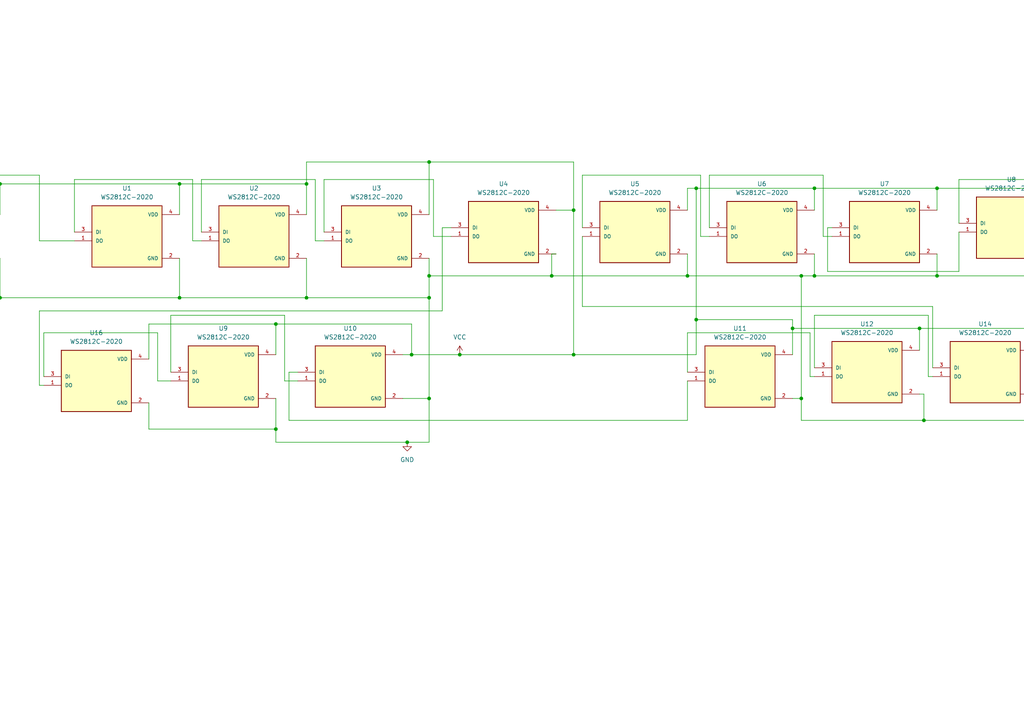
<source format=kicad_sch>
(kicad_sch (version 20250114) (generator "eeschema") (generator_version "9.0")
  (paper "A4")
  (lib_symbols
    (symbol "Connector_Generic:Conn_01x03" (pin_names (offset 1.016) (hide yes))
      (property "Reference" "J" (at 0 5.08 0))
      (property "Value" "Conn_01x03" (at 0 -5.08 0))
      (symbol "Conn_01x03_1_1"
        (rectangle (start -1.27 3.81) (end 1.27 -3.81) (stroke (width 0.254)) (fill (type background)))
        (rectangle (start -1.27 2.667) (end 0 2.413) (stroke (width 0.1524)))
        (rectangle (start -1.27 0.127) (end 0 -0.127) (stroke (width 0.1524)))
        (rectangle (start -1.27 -2.413) (end 0 -2.667) (stroke (width 0.1524)))
        (pin passive line (at -5.08 2.54 0) (length 3.81) (name "Pin_1") (number "1"))
        (pin passive line (at -5.08 0 0) (length 3.81) (name "Pin_2") (number "2"))
        (pin passive line (at -5.08 -2.54 0) (length 3.81) (name "Pin_3") (number "3"))
      )
    )
    (symbol "power:GND" (power) (pin_numbers (hide yes)) (pin_names (offset 0) (hide yes))
      (property "Value" "GND" (at 0 -3.81 0))
      (symbol "GND_0_1"
        (polyline (pts (xy 0 0) (xy 0 -1.27) (xy 1.27 -1.27) (xy 0 -2.54) (xy -1.27 -1.27) (xy 0 -1.27)))
      )
      (symbol "GND_1_1"
        (pin power_in line (at 0 0 270) (length 0) (name "~") (number "1"))
      )
    )
    (symbol "power:VCC" (power) (pin_numbers (hide yes)) (pin_names (offset 0) (hide yes))
      (property "Value" "VCC" (at 0 3.556 0))
      (symbol "VCC_0_1"
        (polyline (pts (xy -0.762 1.27) (xy 0 2.54)))
        (polyline (pts (xy 0 2.54) (xy 0.762 1.27)))
        (polyline (pts (xy 0 0) (xy 0 2.54)))
      )
      (symbol "VCC_1_1"
        (pin power_in line (at 0 0 90) (length 0) (name "~") (number "1"))
      )
    )
    (symbol "ws2812c:WS2812C-2020" (pin_names (offset 1.016))
      (property "Reference" "U" (at -10.16 8.382 0))
      (property "Value" "WS2812C-2020" (at -10.16 -12.7 0))
      (symbol "WS2812C-2020_0_0"
        (rectangle (start -10.16 -10.16) (end 10.16 7.62) (stroke (width 0.254)) (fill (type background)))
        (pin input line (at -15.24 0 0) (length 5.08) (name "DI") (number "3"))
        (pin output line (at -15.24 -2.54 0) (length 5.08) (name "DO") (number "1"))
        (pin power_in line (at 15.24 5.08 180) (length 5.08) (name "VDD") (number "4"))
        (pin power_in line (at 15.24 -7.62 180) (length 5.08) (name "GND") (number "2"))
      )
    )
  )
  (junction (at 124.46 86.36))
  (junction (at 88.9 53.34))
  (junction (at 118.11 128.27))
  (junction (at 0 53.34))
  (junction (at 236.22 80.01))
  (junction (at 80.01 93.98))
  (junction (at 346.71 54.61))
  (junction (at 229.87 95.25))
  (junction (at 232.41 80.01))
  (junction (at 166.37 60.96))
  (junction (at 124.46 115.57))
  (junction (at 311.15 80.01))
  (junction (at 88.9 86.36))
  (junction (at 133.35 102.87))
  (junction (at 266.7 95.25))
  (junction (at 166.37 102.87))
  (junction (at 271.78 80.01))
  (junction (at 236.22 54.61))
  (junction (at 124.46 46.99))
  (junction (at 160.02 80.01))
  (junction (at 124.46 80.01))
  (junction (at 308.61 54.61))
  (junction (at 271.78 54.61))
  (junction (at 52.07 53.34))
  (junction (at 119.38 102.87))
  (junction (at 232.41 115.57))
  (junction (at 346.71 72.39))
  (junction (at 267.97 121.92))
  (junction (at 201.93 92.71))
  (junction (at 199.39 80.01))
  (junction (at 201.93 54.61))
  (junction (at 0 86.36))
  (junction (at 80.01 124.46))
  (junction (at 52.07 86.36))
  (wire (pts (xy 88.9 46.99) (xy 88.9 53.34)))
  (wire (pts (xy 82.55 91.44) (xy 49.53 91.44)))
  (wire (pts (xy 55.88 52.07) (xy 21.59 52.07)))
  (wire (pts (xy 240.03 66.04) (xy 241.3 66.04)))
  (wire (pts (xy 124.46 46.99) (xy 166.37 46.99)))
  (wire (pts (xy 232.41 121.92) (xy 267.97 121.92)))
  (wire (pts (xy 311.15 71.12) (xy 311.15 80.01)))
  (wire (pts (xy 232.41 115.57) (xy 232.41 121.92)))
  (wire (pts (xy -90.17 53.34) (xy -90.17 67.31)))
  (wire (pts (xy 93.98 69.85) (xy 91.44 69.85)))
  (wire (pts (xy 52.07 86.36) (xy 88.9 86.36)))
  (wire (pts (xy 238.76 50.8) (xy 205.74 50.8)))
  (wire (pts (xy 91.44 52.07) (xy 58.42 52.07)))
  (wire (pts (xy 83.82 107.95) (xy 86.36 107.95)))
  (wire (pts (xy 236.22 109.22) (xy 234.95 109.22)))
  (wire (pts (xy 346.71 54.61) (xy 367.03 54.61)))
  (wire (pts (xy 360.68 64.77) (xy 367.03 64.77)))
  (wire (pts (xy 302.26 121.92) (xy 267.97 121.92)))
  (wire (pts (xy 201.93 92.71) (xy 229.87 92.71)))
  (wire (pts (xy 241.3 68.58) (xy 238.76 68.58)))
  (wire (pts (xy 11.43 111.76) (xy 12.7 111.76)))
  (wire (pts (xy 133.35 102.87) (xy 166.37 102.87)))
  (wire (pts (xy 168.91 88.9) (xy 270.51 88.9)))
  (wire (pts (xy 166.37 60.96) (xy 161.29 60.96)))
  (wire (pts (xy 160.02 80.01) (xy 160.02 73.66)))
  (wire (pts (xy 308.61 59.69) (xy 308.61 54.61)))
  (wire (pts (xy 88.9 53.34) (xy 52.07 53.34)))
  (wire (pts (xy 116.84 102.87) (xy 119.38 102.87)))
  (wire (pts (xy 80.01 93.98) (xy 80.01 102.87)))
  (wire (pts (xy 199.39 110.49) (xy 199.39 121.92)))
  (wire (pts (xy 267.97 121.92) (xy 267.97 114.3)))
  (wire (pts (xy 229.87 115.57) (xy 232.41 115.57)))
  (wire (pts (xy 201.93 54.61) (xy 199.39 54.61)))
  (wire (pts (xy 11.43 90.17) (xy 11.43 111.76)))
  (wire (pts (xy 201.93 54.61) (xy 201.93 92.71)))
  (wire (pts (xy -90.17 86.36) (xy -90.17 72.39)))
  (wire (pts (xy 43.18 124.46) (xy 80.01 124.46)))
  (wire (pts (xy 124.46 80.01) (xy 124.46 86.36)))
  (wire (pts (xy 125.73 52.07) (xy 93.98 52.07)))
  (wire (pts (xy 236.22 54.61) (xy 201.93 54.61)))
  (wire (pts (xy 236.22 54.61) (xy 236.22 60.96)))
  (wire (pts (xy 124.46 46.99) (xy 88.9 46.99)))
  (wire (pts (xy 11.43 69.85) (xy 11.43 50.8)))
  (wire (pts (xy 11.43 90.17) (xy 128.27 90.17)))
  (wire (pts (xy 278.13 52.07) (xy 313.69 52.07)))
  (wire (pts (xy 93.98 52.07) (xy 93.98 67.31)))
  (wire (pts (xy 236.22 80.01) (xy 232.41 80.01)))
  (wire (pts (xy 49.53 91.44) (xy 49.53 107.95)))
  (wire (pts (xy 124.46 115.57) (xy 116.84 115.57)))
  (wire (pts (xy 270.51 88.9) (xy 270.51 106.68)))
  (wire (pts (xy 52.07 86.36) (xy 0 86.36)))
  (wire (pts (xy 308.61 71.12) (xy 308.61 72.39)))
  (wire (pts (xy 130.81 68.58) (xy 125.73 68.58)))
  (wire (pts (xy 83.82 121.92) (xy 83.82 107.95)))
  (wire (pts (xy 166.37 102.87) (xy 166.37 60.96)))
  (wire (pts (xy 45.72 110.49) (xy 49.53 110.49)))
  (wire (pts (xy 234.95 96.52) (xy 199.39 96.52)))
  (wire (pts (xy 0 74.93) (xy 0 86.36)))
  (wire (pts (xy 302.26 114.3) (xy 302.26 121.92)))
  (wire (pts (xy 11.43 50.8) (xy -30.48 50.8)))
  (wire (pts (xy 124.46 86.36) (xy 124.46 115.57)))
  (wire (pts (xy -90.17 69.85) (xy -30.48 69.85)))
  (wire (pts (xy 52.07 53.34) (xy 0 53.34)))
  (wire (pts (xy 205.74 50.8) (xy 205.74 66.04)))
  (wire (pts (xy 278.13 67.31) (xy 278.13 78.74)))
  (wire (pts (xy 346.71 80.01) (xy 311.15 80.01)))
  (wire (pts (xy 199.39 54.61) (xy 199.39 60.96)))
  (wire (pts (xy 367.03 67.31) (xy 346.71 67.31)))
  (wire (pts (xy 119.38 93.98) (xy 80.01 93.98)))
  (wire (pts (xy 45.72 110.49) (xy 45.72 96.52)))
  (wire (pts (xy 119.38 102.87) (xy 133.35 102.87)))
  (wire (pts (xy 0 53.34) (xy 0 62.23)))
  (wire (pts (xy 269.24 109.22) (xy 269.24 91.44)))
  (wire (pts (xy 199.39 96.52) (xy 199.39 107.95)))
  (wire (pts (xy 80.01 124.46) (xy 80.01 115.57)))
  (wire (pts (xy 125.73 68.58) (xy 125.73 52.07)))
  (wire (pts (xy 240.03 78.74) (xy 240.03 66.04)))
  (wire (pts (xy 80.01 128.27) (xy 118.11 128.27)))
  (wire (pts (xy 166.37 102.87) (xy 201.93 102.87)))
  (wire (pts (xy 236.22 91.44) (xy 236.22 106.68)))
  (wire (pts (xy 160.02 80.01) (xy 124.46 80.01)))
  (wire (pts (xy 300.99 114.3) (xy 302.26 114.3)))
  (wire (pts (xy 43.18 116.84) (xy 43.18 124.46)))
  (wire (pts (xy 168.91 68.58) (xy 168.91 88.9)))
  (wire (pts (xy 229.87 92.71) (xy 229.87 95.25)))
  (wire (pts (xy 88.9 74.93) (xy 88.9 86.36)))
  (wire (pts (xy 360.68 46.99) (xy 360.68 64.77)))
  (wire (pts (xy 313.69 52.07) (xy 313.69 67.31)))
  (wire (pts (xy 367.03 54.61) (xy 367.03 62.23)))
  (wire (pts (xy 199.39 80.01) (xy 160.02 80.01)))
  (wire (pts (xy 266.7 95.25) (xy 300.99 95.25)))
  (wire (pts (xy 80.01 128.27) (xy 80.01 124.46)))
  (wire (pts (xy 52.07 74.93) (xy 52.07 86.36)))
  (wire (pts (xy 88.9 53.34) (xy 88.9 62.23)))
  (wire (pts (xy 0 86.36) (xy -90.17 86.36)))
  (wire (pts (xy 124.46 62.23) (xy 124.46 46.99)))
  (wire (pts (xy 346.71 59.69) (xy 346.71 54.61)))
  (wire (pts (xy 229.87 95.25) (xy 229.87 102.87)))
  (wire (pts (xy 317.5 46.99) (xy 317.5 64.77)))
  (wire (pts (xy 160.02 73.66) (xy 161.29 73.66)))
  (wire (pts (xy 201.93 102.87) (xy 201.93 92.71)))
  (wire (pts (xy 232.41 80.01) (xy 232.41 115.57)))
  (wire (pts (xy 119.38 102.87) (xy 119.38 93.98)))
  (wire (pts (xy 269.24 91.44) (xy 236.22 91.44)))
  (wire (pts (xy 205.74 68.58) (xy 203.2 68.58)))
  (wire (pts (xy 118.11 128.27) (xy 124.46 128.27)))
  (wire (pts (xy 311.15 71.12) (xy 308.61 71.12)))
  (wire (pts (xy 21.59 69.85) (xy 11.43 69.85)))
  (wire (pts (xy 271.78 54.61) (xy 236.22 54.61)))
  (wire (pts (xy -30.48 50.8) (xy -30.48 67.31)))
  (wire (pts (xy 232.41 80.01) (xy 199.39 80.01)))
  (wire (pts (xy 91.44 69.85) (xy 91.44 52.07)))
  (wire (pts (xy 43.18 93.98) (xy 80.01 93.98)))
  (wire (pts (xy 346.71 72.39) (xy 346.71 80.01)))
  (wire (pts (xy 45.72 96.52) (xy 12.7 96.52)))
  (wire (pts (xy 346.71 67.31) (xy 346.71 72.39)))
  (wire (pts (xy 234.95 109.22) (xy 234.95 96.52)))
  (wire (pts (xy 43.18 104.14) (xy 43.18 93.98)))
  (wire (pts (xy 88.9 86.36) (xy 124.46 86.36)))
  (wire (pts (xy 271.78 54.61) (xy 271.78 60.96)))
  (wire (pts (xy 267.97 114.3) (xy 266.7 114.3)))
  (wire (pts (xy 311.15 80.01) (xy 271.78 80.01)))
  (wire (pts (xy 83.82 121.92) (xy 199.39 121.92)))
  (wire (pts (xy 58.42 69.85) (xy 55.88 69.85)))
  (wire (pts (xy 238.76 50.8) (xy 238.76 68.58)))
  (wire (pts (xy 300.99 95.25) (xy 300.99 101.6)))
  (wire (pts (xy 317.5 64.77) (xy 316.23 64.77)))
  (wire (pts (xy 86.36 110.49) (xy 82.55 110.49)))
  (wire (pts (xy 124.46 128.27) (xy 124.46 115.57)))
  (wire (pts (xy 82.55 110.49) (xy 82.55 91.44)))
  (wire (pts (xy 270.51 109.22) (xy 269.24 109.22)))
  (wire (pts (xy 317.5 46.99) (xy 360.68 46.99)))
  (wire (pts (xy 346.71 54.61) (xy 308.61 54.61)))
  (wire (pts (xy 166.37 46.99) (xy 166.37 60.96)))
  (wire (pts (xy 128.27 66.04) (xy 130.81 66.04)))
  (wire (pts (xy 128.27 66.04) (xy 128.27 90.17)))
  (wire (pts (xy 21.59 52.07) (xy 21.59 67.31)))
  (wire (pts (xy 236.22 80.01) (xy 236.22 73.66)))
  (wire (pts (xy 58.42 52.07) (xy 58.42 67.31)))
  (wire (pts (xy 52.07 53.34) (xy 52.07 62.23)))
  (wire (pts (xy 266.7 95.25) (xy 266.7 101.6)))
  (wire (pts (xy 203.2 50.8) (xy 168.91 50.8)))
  (wire (pts (xy 229.87 95.25) (xy 266.7 95.25)))
  (wire (pts (xy 124.46 74.93) (xy 124.46 80.01)))
  (wire (pts (xy 199.39 80.01) (xy 199.39 73.66)))
  (wire (pts (xy 271.78 80.01) (xy 271.78 73.66)))
  (wire (pts (xy 12.7 96.52) (xy 12.7 109.22)))
  (wire (pts (xy 168.91 50.8) (xy 168.91 66.04)))
  (wire (pts (xy 271.78 80.01) (xy 236.22 80.01)))
  (wire (pts (xy 55.88 69.85) (xy 55.88 52.07)))
  (wire (pts (xy 0 53.34) (xy -90.17 53.34)))
  (wire (pts (xy 308.61 54.61) (xy 271.78 54.61)))
  (wire (pts (xy 278.13 52.07) (xy 278.13 64.77)))
  (wire (pts (xy 313.69 67.31) (xy 316.23 67.31)))
  (wire (pts (xy 278.13 78.74) (xy 240.03 78.74)))
  (wire (pts (xy 203.2 68.58) (xy 203.2 50.8)))
  (symbol (lib_id "ws2812c:WS2812C-2020") (at 36.83 67.31 0) (unit 1)
    (property "Reference" "U1" (at 36.83 54.61 0))
    (property "Value" "WS2812C-2020" (at 36.83 57.15 0))
    (property "Footprint" "ws2812:LED_WS2812C-2020" (effects (hide yes)))
    (property "MF" "Worldsemi" (effects (hide yes)))
    (property "MAXIMUM_PACKAGE_HEIGHT" "0.84 mm" (effects (hide yes)))
    (property "Package" "Package" (effects (hide yes)))
    (property "Price" "None" (effects (hide yes)))
    (property "Check_prices" "https://www.snapeda.com/parts/WS2812C-2020/Worldsemi/view-part/?ref=eda" (effects (hide yes)))
    (property "STANDARD" "Manufacturer Recommendations" (effects (hide yes)))
    (property "PARTREV" "V1.0" (effects (hide yes)))
    (property "SnapEDA_Link" "https://www.snapeda.com/parts/WS2812C-2020/Worldsemi/view-part/?ref=snap" (effects (hide yes)))
    (property "MP" "WS2812C-2020" (effects (hide yes)))
    (property "Description_1" "Intelligent control LED integrated light source" (effects (hide yes)))
    (property "Availability" "Not in stock" (effects (hide yes)))
    (property "MANUFACTURER" "Worldsemi" (effects (hide yes)))
  )
  (symbol (lib_id "ws2812c:WS2812C-2020") (at -15.24 67.31 0) (unit 1)
    (property "Reference" "U13" (at -15.24 54.61 0))
    (property "Value" "WS2812C-2020" (at -15.24 57.15 0))
    (property "Footprint" "ws2812:LED_WS2812C-2020" (effects (hide yes)))
    (property "MF" "Worldsemi" (effects (hide yes)))
    (property "MAXIMUM_PACKAGE_HEIGHT" "0.84 mm" (effects (hide yes)))
    (property "Package" "Package" (effects (hide yes)))
    (property "Price" "None" (effects (hide yes)))
    (property "Check_prices" "https://www.snapeda.com/parts/WS2812C-2020/Worldsemi/view-part/?ref=eda" (effects (hide yes)))
    (property "STANDARD" "Manufacturer Recommendations" (effects (hide yes)))
    (property "PARTREV" "V1.0" (effects (hide yes)))
    (property "SnapEDA_Link" "https://www.snapeda.com/parts/WS2812C-2020/Worldsemi/view-part/?ref=snap" (effects (hide yes)))
    (property "MP" "WS2812C-2020" (effects (hide yes)))
    (property "Description_1" "Intelligent control LED integrated light source" (effects (hide yes)))
    (property "Availability" "Not in stock" (effects (hide yes)))
    (property "MANUFACTURER" "Worldsemi" (effects (hide yes)))
  )
  (symbol (lib_id "ws2812c:WS2812C-2020") (at 331.47 64.77 0) (unit 1)
    (property "Reference" "U15" (at 331.47 52.07 0))
    (property "Value" "WS2812C-2020" (at 331.47 54.61 0))
    (property "Footprint" "ws2812:LED_WS2812C-2020" (effects (hide yes)))
    (property "MF" "Worldsemi" (effects (hide yes)))
    (property "MAXIMUM_PACKAGE_HEIGHT" "0.84 mm" (effects (hide yes)))
    (property "Package" "Package" (effects (hide yes)))
    (property "Price" "None" (effects (hide yes)))
    (property "Check_prices" "https://www.snapeda.com/parts/WS2812C-2020/Worldsemi/view-part/?ref=eda" (effects (hide yes)))
    (property "STANDARD" "Manufacturer Recommendations" (effects (hide yes)))
    (property "PARTREV" "V1.0" (effects (hide yes)))
    (property "SnapEDA_Link" "https://www.snapeda.com/parts/WS2812C-2020/Worldsemi/view-part/?ref=snap" (effects (hide yes)))
    (property "MP" "WS2812C-2020" (effects (hide yes)))
    (property "Description_1" "Intelligent control LED integrated light source" (effects (hide yes)))
    (property "Availability" "Not in stock" (effects (hide yes)))
    (property "MANUFACTURER" "Worldsemi" (effects (hide yes)))
  )
  (symbol (lib_id "ws2812c:WS2812C-2020") (at 27.94 109.22 0) (unit 1)
    (property "Reference" "U16" (at 27.94 96.52 0))
    (property "Value" "WS2812C-2020" (at 27.94 99.06 0))
    (property "Footprint" "ws2812:LED_WS2812C-2020" (effects (hide yes)))
    (property "MF" "Worldsemi" (effects (hide yes)))
    (property "MAXIMUM_PACKAGE_HEIGHT" "0.84 mm" (effects (hide yes)))
    (property "Package" "Package" (effects (hide yes)))
    (property "Price" "None" (effects (hide yes)))
    (property "Check_prices" "https://www.snapeda.com/parts/WS2812C-2020/Worldsemi/view-part/?ref=eda" (effects (hide yes)))
    (property "STANDARD" "Manufacturer Recommendations" (effects (hide yes)))
    (property "PARTREV" "V1.0" (effects (hide yes)))
    (property "SnapEDA_Link" "https://www.snapeda.com/parts/WS2812C-2020/Worldsemi/view-part/?ref=snap" (effects (hide yes)))
    (property "MP" "WS2812C-2020" (effects (hide yes)))
    (property "Description_1" "Intelligent control LED integrated light source" (effects (hide yes)))
    (property "Availability" "Not in stock" (effects (hide yes)))
    (property "MANUFACTURER" "Worldsemi" (effects (hide yes)))
  )
  (symbol (lib_id "ws2812c:WS2812C-2020") (at 293.37 64.77 0) (unit 1)
    (property "Reference" "U8" (at 293.37 52.07 0))
    (property "Value" "WS2812C-2020" (at 293.37 54.61 0))
    (property "Footprint" "ws2812:LED_WS2812C-2020" (effects (hide yes)))
    (property "MF" "Worldsemi" (effects (hide yes)))
    (property "MAXIMUM_PACKAGE_HEIGHT" "0.84 mm" (effects (hide yes)))
    (property "Package" "Package" (effects (hide yes)))
    (property "Price" "None" (effects (hide yes)))
    (property "Check_prices" "https://www.snapeda.com/parts/WS2812C-2020/Worldsemi/view-part/?ref=eda" (effects (hide yes)))
    (property "STANDARD" "Manufacturer Recommendations" (effects (hide yes)))
    (property "PARTREV" "V1.0" (effects (hide yes)))
    (property "SnapEDA_Link" "https://www.snapeda.com/parts/WS2812C-2020/Worldsemi/view-part/?ref=snap" (effects (hide yes)))
    (property "MP" "WS2812C-2020" (effects (hide yes)))
    (property "Description_1" "Intelligent control LED integrated light source" (effects (hide yes)))
    (property "Availability" "Not in stock" (effects (hide yes)))
    (property "MANUFACTURER" "Worldsemi" (effects (hide yes)))
  )
  (symbol (lib_id "ws2812c:WS2812C-2020") (at 184.15 66.04 0) (unit 1)
    (property "Reference" "U5" (at 184.15 53.34 0))
    (property "Value" "WS2812C-2020" (at 184.15 55.88 0))
    (property "Footprint" "ws2812:LED_WS2812C-2020" (effects (hide yes)))
    (property "MF" "Worldsemi" (effects (hide yes)))
    (property "MAXIMUM_PACKAGE_HEIGHT" "0.84 mm" (effects (hide yes)))
    (property "Package" "Package" (effects (hide yes)))
    (property "Price" "None" (effects (hide yes)))
    (property "Check_prices" "https://www.snapeda.com/parts/WS2812C-2020/Worldsemi/view-part/?ref=eda" (effects (hide yes)))
    (property "STANDARD" "Manufacturer Recommendations" (effects (hide yes)))
    (property "PARTREV" "V1.0" (effects (hide yes)))
    (property "SnapEDA_Link" "https://www.snapeda.com/parts/WS2812C-2020/Worldsemi/view-part/?ref=snap" (effects (hide yes)))
    (property "MP" "WS2812C-2020" (effects (hide yes)))
    (property "Description_1" "Intelligent control LED integrated light source" (effects (hide yes)))
    (property "Availability" "Not in stock" (effects (hide yes)))
    (property "MANUFACTURER" "Worldsemi" (effects (hide yes)))
  )
  (symbol (lib_id "ws2812c:WS2812C-2020") (at 64.77 107.95 0) (unit 1)
    (property "Reference" "U9" (at 64.77 95.25 0))
    (property "Value" "WS2812C-2020" (at 64.77 97.79 0))
    (property "Footprint" "ws2812:LED_WS2812C-2020" (effects (hide yes)))
    (property "MF" "Worldsemi" (effects (hide yes)))
    (property "MAXIMUM_PACKAGE_HEIGHT" "0.84 mm" (effects (hide yes)))
    (property "Package" "Package" (effects (hide yes)))
    (property "Price" "None" (effects (hide yes)))
    (property "Check_prices" "https://www.snapeda.com/parts/WS2812C-2020/Worldsemi/view-part/?ref=eda" (effects (hide yes)))
    (property "STANDARD" "Manufacturer Recommendations" (effects (hide yes)))
    (property "PARTREV" "V1.0" (effects (hide yes)))
    (property "SnapEDA_Link" "https://www.snapeda.com/parts/WS2812C-2020/Worldsemi/view-part/?ref=snap" (effects (hide yes)))
    (property "MP" "WS2812C-2020" (effects (hide yes)))
    (property "Description_1" "Intelligent control LED integrated light source" (effects (hide yes)))
    (property "Availability" "Not in stock" (effects (hide yes)))
    (property "MANUFACTURER" "Worldsemi" (effects (hide yes)))
  )
  (symbol (lib_id "ws2812c:WS2812C-2020") (at 109.22 67.31 0) (unit 1)
    (property "Reference" "U3" (at 109.22 54.61 0))
    (property "Value" "WS2812C-2020" (at 109.22 57.15 0))
    (property "Footprint" "ws2812:LED_WS2812C-2020" (effects (hide yes)))
    (property "MF" "Worldsemi" (effects (hide yes)))
    (property "MAXIMUM_PACKAGE_HEIGHT" "0.84 mm" (effects (hide yes)))
    (property "Package" "Package" (effects (hide yes)))
    (property "Price" "None" (effects (hide yes)))
    (property "Check_prices" "https://www.snapeda.com/parts/WS2812C-2020/Worldsemi/view-part/?ref=eda" (effects (hide yes)))
    (property "STANDARD" "Manufacturer Recommendations" (effects (hide yes)))
    (property "PARTREV" "V1.0" (effects (hide yes)))
    (property "SnapEDA_Link" "https://www.snapeda.com/parts/WS2812C-2020/Worldsemi/view-part/?ref=snap" (effects (hide yes)))
    (property "MP" "WS2812C-2020" (effects (hide yes)))
    (property "Description_1" "Intelligent control LED integrated light source" (effects (hide yes)))
    (property "Availability" "Not in stock" (effects (hide yes)))
    (property "MANUFACTURER" "Worldsemi" (effects (hide yes)))
  )
  (symbol (lib_id "Connector_Generic:Conn_01x03") (at 372.11 64.77 0) (unit 1)
    (property "Reference" "J3" (at 375.92 63.4999 0) (effects (justify left)))
    (property "Value" "Conn_01x03" (at 375.92 66.0399 0) (effects (justify left)))
    (property "Footprint" "Connector_PinHeader_2.54mm:PinHeader_1x03_P2.54mm_Vertical" (effects (hide yes)))
    (property "Description" "Generic connector, single row, 01x03, script generated (kicad-library-utils/schlib/autogen/connector/)" (effects (hide yes)))
  )
  (symbol (lib_id "power:VCC") (at 133.35 102.87 0) (unit 1)
    (property "Reference" "#PWR02" (effects (hide yes)))
    (property "Value" "VCC" (at 133.35 97.79 0))
    (property "Description" "Power symbol creates a global label with name \"VCC\"" (effects (hide yes)))
  )
  (symbol (lib_id "ws2812c:WS2812C-2020") (at 101.6 107.95 0) (unit 1)
    (property "Reference" "U10" (at 101.6 95.25 0))
    (property "Value" "WS2812C-2020" (at 101.6 97.79 0))
    (property "Footprint" "ws2812:LED_WS2812C-2020" (effects (hide yes)))
    (property "MF" "Worldsemi" (effects (hide yes)))
    (property "MAXIMUM_PACKAGE_HEIGHT" "0.84 mm" (effects (hide yes)))
    (property "Package" "Package" (effects (hide yes)))
    (property "Price" "None" (effects (hide yes)))
    (property "Check_prices" "https://www.snapeda.com/parts/WS2812C-2020/Worldsemi/view-part/?ref=eda" (effects (hide yes)))
    (property "STANDARD" "Manufacturer Recommendations" (effects (hide yes)))
    (property "PARTREV" "V1.0" (effects (hide yes)))
    (property "SnapEDA_Link" "https://www.snapeda.com/parts/WS2812C-2020/Worldsemi/view-part/?ref=snap" (effects (hide yes)))
    (property "MP" "WS2812C-2020" (effects (hide yes)))
    (property "Description_1" "Intelligent control LED integrated light source" (effects (hide yes)))
    (property "Availability" "Not in stock" (effects (hide yes)))
    (property "MANUFACTURER" "Worldsemi" (effects (hide yes)))
  )
  (symbol (lib_id "ws2812c:WS2812C-2020") (at 220.98 66.04 0) (unit 1)
    (property "Reference" "U6" (at 220.98 53.34 0))
    (property "Value" "WS2812C-2020" (at 220.98 55.88 0))
    (property "Footprint" "ws2812:LED_WS2812C-2020" (effects (hide yes)))
    (property "MF" "Worldsemi" (effects (hide yes)))
    (property "MAXIMUM_PACKAGE_HEIGHT" "0.84 mm" (effects (hide yes)))
    (property "Package" "Package" (effects (hide yes)))
    (property "Price" "None" (effects (hide yes)))
    (property "Check_prices" "https://www.snapeda.com/parts/WS2812C-2020/Worldsemi/view-part/?ref=eda" (effects (hide yes)))
    (property "STANDARD" "Manufacturer Recommendations" (effects (hide yes)))
    (property "PARTREV" "V1.0" (effects (hide yes)))
    (property "SnapEDA_Link" "https://www.snapeda.com/parts/WS2812C-2020/Worldsemi/view-part/?ref=snap" (effects (hide yes)))
    (property "MP" "WS2812C-2020" (effects (hide yes)))
    (property "Description_1" "Intelligent control LED integrated light source" (effects (hide yes)))
    (property "Availability" "Not in stock" (effects (hide yes)))
    (property "MANUFACTURER" "Worldsemi" (effects (hide yes)))
  )
  (symbol (lib_id "Connector_Generic:Conn_01x03") (at -85.09 69.85 0) (unit 1)
    (property "Reference" "J2" (at -81.28 68.5799 0) (effects (justify left)))
    (property "Value" "Conn_01x03" (at -81.28 71.1199 0) (effects (justify left)))
    (property "Footprint" "Connector_PinHeader_2.54mm:PinHeader_1x03_P2.54mm_Vertical" (effects (hide yes)))
    (property "Description" "Generic connector, single row, 01x03, script generated (kicad-library-utils/schlib/autogen/connector/)" (effects (hide yes)))
  )
  (symbol (lib_id "ws2812c:WS2812C-2020") (at 251.46 106.68 0) (unit 1)
    (property "Reference" "U12" (at 251.46 93.98 0))
    (property "Value" "WS2812C-2020" (at 251.46 96.52 0))
    (property "Footprint" "ws2812:LED_WS2812C-2020" (effects (hide yes)))
    (property "MF" "Worldsemi" (effects (hide yes)))
    (property "MAXIMUM_PACKAGE_HEIGHT" "0.84 mm" (effects (hide yes)))
    (property "Package" "Package" (effects (hide yes)))
    (property "Price" "None" (effects (hide yes)))
    (property "Check_prices" "https://www.snapeda.com/parts/WS2812C-2020/Worldsemi/view-part/?ref=eda" (effects (hide yes)))
    (property "STANDARD" "Manufacturer Recommendations" (effects (hide yes)))
    (property "PARTREV" "V1.0" (effects (hide yes)))
    (property "SnapEDA_Link" "https://www.snapeda.com/parts/WS2812C-2020/Worldsemi/view-part/?ref=snap" (effects (hide yes)))
    (property "MP" "WS2812C-2020" (effects (hide yes)))
    (property "Description_1" "Intelligent control LED integrated light source" (effects (hide yes)))
    (property "Availability" "Not in stock" (effects (hide yes)))
    (property "MANUFACTURER" "Worldsemi" (effects (hide yes)))
  )
  (symbol (lib_id "ws2812c:WS2812C-2020") (at 146.05 66.04 0) (unit 1)
    (property "Reference" "U4" (at 146.05 53.34 0))
    (property "Value" "WS2812C-2020" (at 146.05 55.88 0))
    (property "Footprint" "ws2812:LED_WS2812C-2020" (effects (hide yes)))
    (property "MF" "Worldsemi" (effects (hide yes)))
    (property "MAXIMUM_PACKAGE_HEIGHT" "0.84 mm" (effects (hide yes)))
    (property "Package" "Package" (effects (hide yes)))
    (property "Price" "None" (effects (hide yes)))
    (property "Check_prices" "https://www.snapeda.com/parts/WS2812C-2020/Worldsemi/view-part/?ref=eda" (effects (hide yes)))
    (property "STANDARD" "Manufacturer Recommendations" (effects (hide yes)))
    (property "PARTREV" "V1.0" (effects (hide yes)))
    (property "SnapEDA_Link" "https://www.snapeda.com/parts/WS2812C-2020/Worldsemi/view-part/?ref=snap" (effects (hide yes)))
    (property "MP" "WS2812C-2020" (effects (hide yes)))
    (property "Description_1" "Intelligent control LED integrated light source" (effects (hide yes)))
    (property "Availability" "Not in stock" (effects (hide yes)))
    (property "MANUFACTURER" "JLCPCB" (effects (hide yes)))
  )
  (symbol (lib_id "ws2812c:WS2812C-2020") (at 214.63 107.95 0) (unit 1)
    (property "Reference" "U11" (at 214.63 95.25 0))
    (property "Value" "WS2812C-2020" (at 214.63 97.79 0))
    (property "Footprint" "ws2812:LED_WS2812C-2020" (effects (hide yes)))
    (property "MF" "Worldsemi" (effects (hide yes)))
    (property "MAXIMUM_PACKAGE_HEIGHT" "0.84 mm" (effects (hide yes)))
    (property "Package" "Package" (effects (hide yes)))
    (property "Price" "None" (effects (hide yes)))
    (property "Check_prices" "https://www.snapeda.com/parts/WS2812C-2020/Worldsemi/view-part/?ref=eda" (effects (hide yes)))
    (property "STANDARD" "Manufacturer Recommendations" (effects (hide yes)))
    (property "PARTREV" "V1.0" (effects (hide yes)))
    (property "SnapEDA_Link" "https://www.snapeda.com/parts/WS2812C-2020/Worldsemi/view-part/?ref=snap" (effects (hide yes)))
    (property "MP" "WS2812C-2020" (effects (hide yes)))
    (property "Description_1" "Intelligent control LED integrated light source" (effects (hide yes)))
    (property "Availability" "Not in stock" (effects (hide yes)))
    (property "MANUFACTURER" "Worldsemi" (effects (hide yes)))
  )
  (symbol (lib_id "power:GND") (at 118.11 128.27 0) (unit 1)
    (property "Reference" "#PWR01" (effects (hide yes)))
    (property "Value" "GND" (at 118.11 133.35 0))
    (property "Description" "Power symbol creates a global label with name \"GND\" , ground" (effects (hide yes)))
  )
  (symbol (lib_id "ws2812c:WS2812C-2020") (at 73.66 67.31 0) (unit 1)
    (property "Reference" "U2" (at 73.66 54.61 0))
    (property "Value" "WS2812C-2020" (at 73.66 57.15 0))
    (property "Footprint" "ws2812:LED_WS2812C-2020" (effects (hide yes)))
    (property "MF" "Worldsemi" (effects (hide yes)))
    (property "MAXIMUM_PACKAGE_HEIGHT" "0.84 mm" (effects (hide yes)))
    (property "Package" "Package" (effects (hide yes)))
    (property "Price" "None" (effects (hide yes)))
    (property "Check_prices" "https://www.snapeda.com/parts/WS2812C-2020/Worldsemi/view-part/?ref=eda" (effects (hide yes)))
    (property "STANDARD" "Manufacturer Recommendations" (effects (hide yes)))
    (property "PARTREV" "V1.0" (effects (hide yes)))
    (property "SnapEDA_Link" "https://www.snapeda.com/parts/WS2812C-2020/Worldsemi/view-part/?ref=snap" (effects (hide yes)))
    (property "MP" "WS2812C-2020" (effects (hide yes)))
    (property "Description_1" "Intelligent control LED integrated light source" (effects (hide yes)))
    (property "Availability" "Not in stock" (effects (hide yes)))
    (property "MANUFACTURER" "Worldsemi" (effects (hide yes)))
  )
  (symbol (lib_id "ws2812c:WS2812C-2020") (at 256.54 66.04 0) (unit 1)
    (property "Reference" "U7" (at 256.54 53.34 0))
    (property "Value" "WS2812C-2020" (at 256.54 55.88 0))
    (property "Footprint" "ws2812:LED_WS2812C-2020" (effects (hide yes)))
    (property "MF" "Worldsemi" (effects (hide yes)))
    (property "MAXIMUM_PACKAGE_HEIGHT" "0.84 mm" (effects (hide yes)))
    (property "Package" "Package" (effects (hide yes)))
    (property "Price" "None" (effects (hide yes)))
    (property "Check_prices" "https://www.snapeda.com/parts/WS2812C-2020/Worldsemi/view-part/?ref=eda" (effects (hide yes)))
    (property "STANDARD" "Manufacturer Recommendations" (effects (hide yes)))
    (property "PARTREV" "V1.0" (effects (hide yes)))
    (property "SnapEDA_Link" "https://www.snapeda.com/parts/WS2812C-2020/Worldsemi/view-part/?ref=snap" (effects (hide yes)))
    (property "MP" "WS2812C-2020" (effects (hide yes)))
    (property "Description_1" "Intelligent control LED integrated light source" (effects (hide yes)))
    (property "Availability" "Not in stock" (effects (hide yes)))
    (property "MANUFACTURER" "Worldsemi" (effects (hide yes)))
  )
  (symbol (lib_id "ws2812c:WS2812C-2020") (at 285.75 106.68 0) (unit 1)
    (property "Reference" "U14" (at 285.75 93.98 0))
    (property "Value" "WS2812C-2020" (at 285.75 96.52 0))
    (property "Footprint" "ws2812:LED_WS2812C-2020" (effects (hide yes)))
    (property "MF" "Worldsemi" (effects (hide yes)))
    (property "MAXIMUM_PACKAGE_HEIGHT" "0.84 mm" (effects (hide yes)))
    (property "Package" "Package" (effects (hide yes)))
    (property "Price" "None" (effects (hide yes)))
    (property "Check_prices" "https://www.snapeda.com/parts/WS2812C-2020/Worldsemi/view-part/?ref=eda" (effects (hide yes)))
    (property "STANDARD" "Manufacturer Recommendations" (effects (hide yes)))
    (property "PARTREV" "V1.0" (effects (hide yes)))
    (property "SnapEDA_Link" "https://www.snapeda.com/parts/WS2812C-2020/Worldsemi/view-part/?ref=snap" (effects (hide yes)))
    (property "MP" "WS2812C-2020" (effects (hide yes)))
    (property "Description_1" "Intelligent control LED integrated light source" (effects (hide yes)))
    (property "Availability" "Not in stock" (effects (hide yes)))
    (property "MANUFACTURER" "Worldsemi" (effects (hide yes)))
  )
)
</source>
